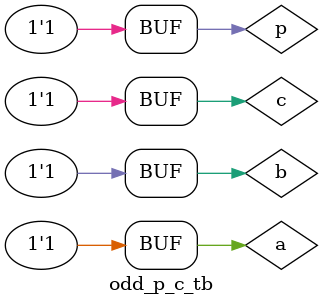
<source format=v>
module odd_p_c(
input a,b,c,p,
output out);
assign out=~(a^b^c^p);
endmodule

//testbencch codee
module odd_p_c_tb;
reg a,b,c,p;
wire out;

odd_p_c uut(a,b,c,p,out);

initial begin
$dumpfile("odd_p_c.vcd");
$dumpvars(1,odd_p_c_tb);
end

initial begin
$monitor("Time=%0t|A=%b|B=%b|C=%b|P=%b|OUT=%b",$time,a,b,c,p,out);
end

initial begin
a=0;b=1;c=1;p=0;#10;
a=1;b=1;c=0;p=1;#10;
a=0;b=1;c=1;p=0;#10;
a=1;b=1;c=0;p=1;#10;
a=1;b=1;c=1;p=1;#10;
end
endmodule

</source>
